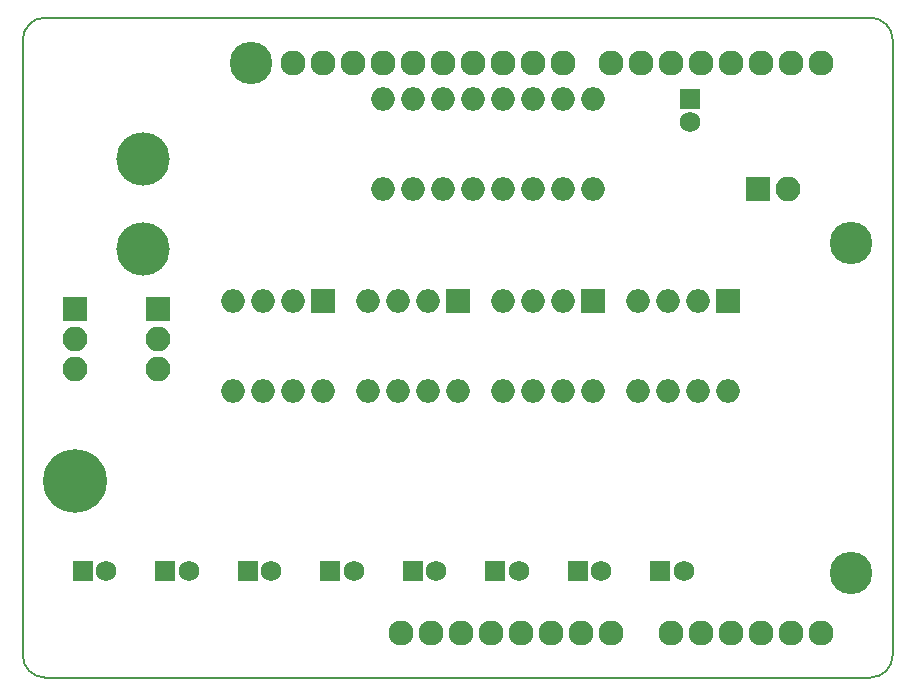
<source format=gbr>
%TF.GenerationSoftware,KiCad,Pcbnew,4.0.7*%
%TF.CreationDate,2018-07-13T11:03:56-06:00*%
%TF.ProjectId,valve_testing,76616C76655F74657374696E672E6B69,rev?*%
%TF.FileFunction,Soldermask,Top*%
%FSLAX46Y46*%
G04 Gerber Fmt 4.6, Leading zero omitted, Abs format (unit mm)*
G04 Created by KiCad (PCBNEW 4.0.7) date Friday, July 13, 2018 'AMt' 11:03:56 AM*
%MOMM*%
%LPD*%
G01*
G04 APERTURE LIST*
%ADD10C,0.150000*%
%ADD11O,2.127200X2.127200*%
%ADD12C,3.600000*%
%ADD13O,2.000000X2.000000*%
%ADD14R,2.000000X2.000000*%
%ADD15C,4.508500*%
%ADD16C,5.400000*%
%ADD17R,1.750000X1.750000*%
%ADD18C,1.750000*%
%ADD19R,2.100000X2.100000*%
%ADD20O,2.100000X2.100000*%
G04 APERTURE END LIST*
D10*
X157480000Y-51435000D02*
X157480000Y-50165000D01*
X83820000Y-51435000D02*
X83820000Y-50165000D01*
X83820000Y-100965000D02*
X83820000Y-102235000D01*
X157480000Y-101092000D02*
X157480000Y-102235000D01*
X83820000Y-51435000D02*
X83820000Y-100965000D01*
X157480000Y-51435000D02*
X157480000Y-101092000D01*
X83820000Y-102235000D02*
G75*
G03X85725000Y-104140000I1905000J0D01*
G01*
X85725000Y-48260000D02*
G75*
G03X83820000Y-50165000I0J-1905000D01*
G01*
X157480000Y-50165000D02*
G75*
G03X155575000Y-48260000I-1905000J0D01*
G01*
X155575000Y-104140000D02*
G75*
G03X157480000Y-102235000I0J1905000D01*
G01*
X155575000Y-48260000D02*
X85725000Y-48260000D01*
X85725000Y-104140000D02*
X155575000Y-104140000D01*
D11*
X138684000Y-100330000D03*
X133604000Y-100330000D03*
X131064000Y-100330000D03*
X128524000Y-100330000D03*
X125984000Y-100330000D03*
X123444000Y-100330000D03*
X120904000Y-100330000D03*
X118364000Y-100330000D03*
X151384000Y-52070000D03*
X148844000Y-52070000D03*
X146304000Y-52070000D03*
X143764000Y-52070000D03*
X141224000Y-52070000D03*
X138684000Y-52070000D03*
X136144000Y-52070000D03*
X133604000Y-52070000D03*
X114300000Y-52070000D03*
X129540000Y-52070000D03*
X127000000Y-52070000D03*
X124460000Y-52070000D03*
D12*
X153924000Y-95250000D03*
X153924000Y-67310000D03*
X103124000Y-52070000D03*
D11*
X106680000Y-52070000D03*
X109220000Y-52070000D03*
X111760000Y-52070000D03*
X116840000Y-52070000D03*
X119380000Y-52070000D03*
X121920000Y-52070000D03*
X115824000Y-100330000D03*
X141224000Y-100330000D03*
X143764000Y-100330000D03*
X146304000Y-100330000D03*
X148844000Y-100330000D03*
X151384000Y-100330000D03*
D13*
X114300000Y-62738000D03*
X116840000Y-62738000D03*
X119380000Y-62738000D03*
X121920000Y-62738000D03*
X124460000Y-62738000D03*
X127000000Y-62738000D03*
X129540000Y-62738000D03*
X132080000Y-62738000D03*
X132080000Y-55118000D03*
X129540000Y-55118000D03*
X127000000Y-55118000D03*
X124460000Y-55118000D03*
X121920000Y-55118000D03*
X119380000Y-55118000D03*
X116840000Y-55118000D03*
X114300000Y-55118000D03*
D14*
X109220000Y-72263000D03*
D13*
X101600000Y-79883000D03*
X106680000Y-72263000D03*
X104140000Y-79883000D03*
X104140000Y-72263000D03*
X106680000Y-79883000D03*
X101600000Y-72263000D03*
X109220000Y-79883000D03*
D15*
X93980000Y-67818000D03*
X93980000Y-60198000D03*
D14*
X120650000Y-72263000D03*
D13*
X113030000Y-79883000D03*
X118110000Y-72263000D03*
X115570000Y-79883000D03*
X115570000Y-72263000D03*
X118110000Y-79883000D03*
X113030000Y-72263000D03*
X120650000Y-79883000D03*
D14*
X132080000Y-72263000D03*
D13*
X124460000Y-79883000D03*
X129540000Y-72263000D03*
X127000000Y-79883000D03*
X127000000Y-72263000D03*
X129540000Y-79883000D03*
X124460000Y-72263000D03*
X132080000Y-79883000D03*
D14*
X143510000Y-72263000D03*
D13*
X135890000Y-79883000D03*
X140970000Y-72263000D03*
X138430000Y-79883000D03*
X138430000Y-72263000D03*
X140970000Y-79883000D03*
X135890000Y-72263000D03*
X143510000Y-79883000D03*
D16*
X88265000Y-87503000D03*
D17*
X137795000Y-95123000D03*
D18*
X139795000Y-95123000D03*
D19*
X146050000Y-62738000D03*
D20*
X148590000Y-62738000D03*
D17*
X140335000Y-55118000D03*
D18*
X140335000Y-57118000D03*
D17*
X88900000Y-95123000D03*
D18*
X90900000Y-95123000D03*
D17*
X95885000Y-95123000D03*
D18*
X97885000Y-95123000D03*
D17*
X102870000Y-95123000D03*
D18*
X104870000Y-95123000D03*
D17*
X109855000Y-95123000D03*
D18*
X111855000Y-95123000D03*
D17*
X116840000Y-95123000D03*
D18*
X118840000Y-95123000D03*
D17*
X123825000Y-95123000D03*
D18*
X125825000Y-95123000D03*
D17*
X130810000Y-95123000D03*
D18*
X132810000Y-95123000D03*
D19*
X95250000Y-72898000D03*
D20*
X95250000Y-75438000D03*
X95250000Y-77978000D03*
D19*
X88265000Y-72898000D03*
D20*
X88265000Y-75438000D03*
X88265000Y-77978000D03*
M02*

</source>
